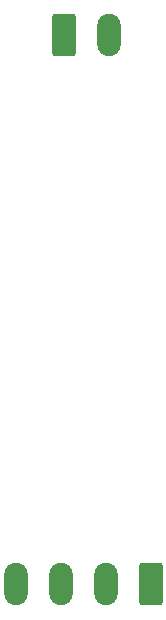
<source format=gbr>
%TF.GenerationSoftware,KiCad,Pcbnew,8.0.8*%
%TF.CreationDate,2025-02-11T11:45:33+01:00*%
%TF.ProjectId,projet,70726f6a-6574-42e6-9b69-6361645f7063,rev?*%
%TF.SameCoordinates,Original*%
%TF.FileFunction,Soldermask,Bot*%
%TF.FilePolarity,Negative*%
%FSLAX46Y46*%
G04 Gerber Fmt 4.6, Leading zero omitted, Abs format (unit mm)*
G04 Created by KiCad (PCBNEW 8.0.8) date 2025-02-11 11:45:33*
%MOMM*%
%LPD*%
G01*
G04 APERTURE LIST*
G04 Aperture macros list*
%AMRoundRect*
0 Rectangle with rounded corners*
0 $1 Rounding radius*
0 $2 $3 $4 $5 $6 $7 $8 $9 X,Y pos of 4 corners*
0 Add a 4 corners polygon primitive as box body*
4,1,4,$2,$3,$4,$5,$6,$7,$8,$9,$2,$3,0*
0 Add four circle primitives for the rounded corners*
1,1,$1+$1,$2,$3*
1,1,$1+$1,$4,$5*
1,1,$1+$1,$6,$7*
1,1,$1+$1,$8,$9*
0 Add four rect primitives between the rounded corners*
20,1,$1+$1,$2,$3,$4,$5,0*
20,1,$1+$1,$4,$5,$6,$7,0*
20,1,$1+$1,$6,$7,$8,$9,0*
20,1,$1+$1,$8,$9,$2,$3,0*%
G04 Aperture macros list end*
%ADD10O,2.000000X3.600000*%
%ADD11RoundRect,0.278000X0.722000X1.522000X-0.722000X1.522000X-0.722000X-1.522000X0.722000X-1.522000X0*%
%ADD12RoundRect,0.278000X-0.722000X-1.522000X0.722000X-1.522000X0.722000X1.522000X-0.722000X1.522000X0*%
G04 APERTURE END LIST*
D10*
%TO.C,J302*%
X85070000Y-102940000D03*
X88880000Y-102940000D03*
X92690000Y-102940000D03*
D11*
X96500000Y-102940000D03*
%TD*%
D10*
%TO.C,J301*%
X93000000Y-56500000D03*
D12*
X89190000Y-56500000D03*
%TD*%
M02*

</source>
